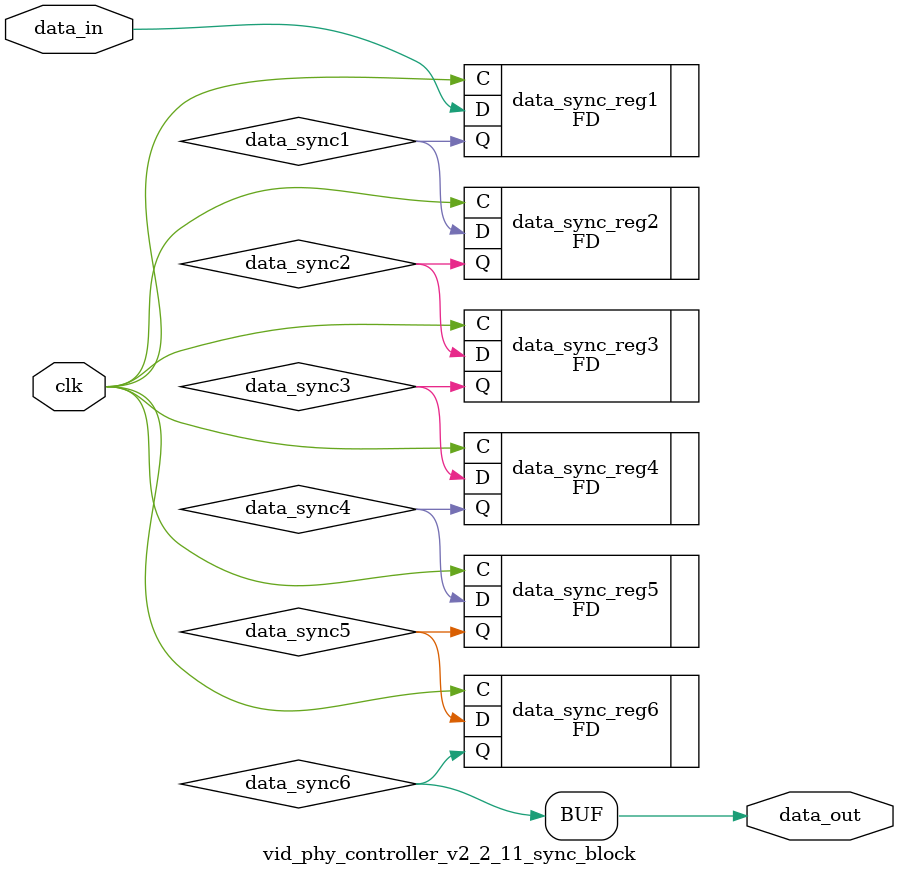
<source format=v>




`timescale 1ps / 1ps

//(* dont_touch = "yes" *)
module vid_phy_controller_v2_2_11_sync_block
  #(
  parameter INITIALISE = 6'b000000
)
(
  input        clk,              // clock to be sync'ed to
  input        data_in,          // Data to be 'synced'
  output       data_out          // synced data
);

  // Internal Signals
  wire data_sync1;
  wire data_sync2;
  wire data_sync3;
  wire data_sync4;
  wire data_sync5;
  wire data_sync6;


  (* shreg_extract = "no", ASYNC_REG = "TRUE" *)
  FD #(
    .INIT (INITIALISE[0])
  ) data_sync_reg1 (
    .C  (clk),
    .D  (data_in),
    .Q  (data_sync1)
  );


  (* shreg_extract = "no", ASYNC_REG = "TRUE" *)
  FD #(
   .INIT (INITIALISE[1])
  ) data_sync_reg2 (
  .C  (clk),
  .D  (data_sync1),
  .Q  (data_sync2)
  );


  (* shreg_extract = "no", ASYNC_REG = "TRUE" *)
  FD #(
   .INIT (INITIALISE[2])
  ) data_sync_reg3 (
  .C  (clk),
  .D  (data_sync2),
  .Q  (data_sync3)
  );

  (* shreg_extract = "no", ASYNC_REG = "TRUE" *)
  FD #(
   .INIT (INITIALISE[3])
  ) data_sync_reg4 (
  .C  (clk),
  .D  (data_sync3),
  .Q  (data_sync4)
  );

  (* shreg_extract = "no", ASYNC_REG = "TRUE" *)
  FD #(
   .INIT (INITIALISE[4])
  ) data_sync_reg5 (
  .C  (clk),
  .D  (data_sync4),
  .Q  (data_sync5)
  );

  (* shreg_extract = "no", ASYNC_REG = "TRUE" *)
  FD #(
   .INIT (INITIALISE[5])
  ) data_sync_reg6 (
  .C  (clk),
  .D  (data_sync5),
  .Q  (data_sync6)
  );
  assign data_out = data_sync6;



endmodule

</source>
